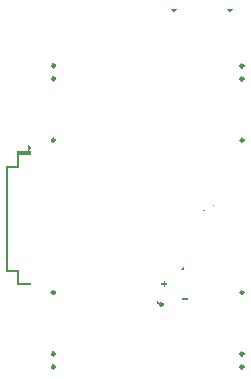
<source format=gbr>
G04*
G04 #@! TF.GenerationSoftware,Altium Limited,Altium Designer,24.8.2 (39)*
G04*
G04 Layer_Color=8388736*
%FSLAX25Y25*%
%MOIN*%
G70*
G04*
G04 #@! TF.SameCoordinates,487F02F3-95FA-4862-9DB4-007DCD7F3BB9*
G04*
G04*
G04 #@! TF.FilePolarity,Positive*
G04*
G01*
G75*
%ADD124C,0.01000*%
G36*
X78738Y148377D02*
X77738Y149876D01*
X79738D01*
X78738Y148377D01*
D02*
G37*
G36*
X59841D02*
X58841Y149876D01*
X60841D01*
X59841Y148377D01*
D02*
G37*
G36*
X12647Y103542D02*
X11147Y102542D01*
Y104542D01*
X12647Y103542D01*
D02*
G37*
G36*
X73544Y84900D02*
Y84853D01*
Y84806D01*
Y84759D01*
X72883Y84759D01*
Y84711D01*
Y84664D01*
Y84617D01*
X72930D01*
Y84570D01*
X73072D01*
Y84617D01*
X73119D01*
Y84664D01*
Y84711D01*
Y84759D01*
X73214D01*
Y84711D01*
Y84664D01*
X73261D01*
Y84617D01*
X73450D01*
X73450Y84664D01*
Y84711D01*
Y84759D01*
X73544Y84759D01*
Y84711D01*
Y84664D01*
Y84617D01*
Y84570D01*
Y84522D01*
X73497D01*
X73497Y84475D01*
X73450D01*
X73450Y84428D01*
X73261D01*
Y84475D01*
X73214D01*
X73214Y84522D01*
X73166D01*
Y84475D01*
X73119D01*
Y84428D01*
X73072D01*
Y84381D01*
X72930D01*
Y84428D01*
X72836D01*
X72836Y84475D01*
X72836Y84522D01*
X72789D01*
Y84570D01*
Y84617D01*
Y84664D01*
Y84711D01*
Y84759D01*
Y84806D01*
Y84853D01*
Y84900D01*
Y84948D01*
X73544D01*
Y84900D01*
D02*
G37*
G36*
X73119Y84286D02*
Y84239D01*
Y84192D01*
Y84145D01*
Y84097D01*
Y84050D01*
Y84003D01*
X73025Y84003D01*
Y84050D01*
Y84097D01*
Y84145D01*
Y84192D01*
Y84239D01*
Y84286D01*
Y84333D01*
X73119D01*
Y84286D01*
D02*
G37*
G36*
X70190Y82898D02*
X70190Y82851D01*
X70190Y82804D01*
Y82756D01*
Y82709D01*
Y82662D01*
X70190Y82615D01*
X70190Y82567D01*
Y82520D01*
X70143D01*
Y82473D01*
Y82426D01*
X69860D01*
Y82473D01*
X70143D01*
X69812Y82473D01*
Y82520D01*
Y82567D01*
X69765D01*
X69765Y82520D01*
X69718D01*
Y82473D01*
X69671D01*
Y82426D01*
X69576D01*
X69576Y82378D01*
X69482D01*
Y82331D01*
X69434D01*
Y82378D01*
X69434Y82426D01*
X69434Y82473D01*
X69434Y82520D01*
X69482D01*
Y82567D01*
X69576D01*
X69576Y82615D01*
X69860D01*
X69671Y82615D01*
Y82662D01*
X69718D01*
Y82709D01*
X69765D01*
Y82756D01*
X69434D01*
Y82804D01*
X69434Y82851D01*
X69434Y82898D01*
Y82945D01*
X70190D01*
Y82898D01*
D02*
G37*
G36*
X73369Y82745D02*
Y82698D01*
X73416D01*
Y82650D01*
X73463D01*
Y82603D01*
Y82556D01*
X73510D01*
Y82509D01*
Y82461D01*
Y82414D01*
X72754D01*
Y82461D01*
Y82509D01*
Y82556D01*
Y82603D01*
X73321D01*
Y82650D01*
X73274D01*
Y82698D01*
Y82745D01*
Y82792D01*
X73369D01*
Y82745D01*
D02*
G37*
G36*
X69765Y82237D02*
X69765Y82189D01*
Y82142D01*
X69765Y82095D01*
X69765Y82048D01*
Y82000D01*
Y81953D01*
X69671D01*
Y82000D01*
Y82048D01*
Y82095D01*
Y82142D01*
Y82189D01*
Y82237D01*
Y82284D01*
X69765D01*
X69765Y82237D01*
D02*
G37*
G36*
X73085Y82131D02*
Y82083D01*
Y82036D01*
Y81989D01*
X73274D01*
Y81942D01*
Y81894D01*
Y81847D01*
X73085D01*
Y81800D01*
Y81753D01*
Y81705D01*
Y81658D01*
Y81611D01*
X72991D01*
Y81658D01*
Y81705D01*
Y81753D01*
Y81800D01*
Y81847D01*
X72802D01*
Y81894D01*
Y81942D01*
Y81989D01*
X72991D01*
Y82036D01*
Y82083D01*
Y82131D01*
Y82178D01*
X73085D01*
Y82131D01*
D02*
G37*
G36*
X63292Y62692D02*
X62032D01*
X63292Y63952D01*
Y62692D01*
D02*
G37*
G36*
X12205Y101181D02*
X8268D01*
Y97637D01*
Y96850D01*
X4724D01*
Y62992D01*
X8268D01*
Y62204D01*
Y58661D01*
X12205D01*
Y57874D01*
X7480D01*
Y58661D01*
Y62204D01*
X3937D01*
Y62992D01*
Y96850D01*
Y97637D01*
X7480D01*
Y101181D01*
Y102362D01*
X12205D01*
Y101181D01*
D02*
G37*
G36*
X56986Y58406D02*
X57736D01*
Y57906D01*
X56986D01*
Y57156D01*
X56486D01*
Y57906D01*
X55736D01*
Y58406D01*
X56486D01*
Y59155D01*
X56986D01*
Y58406D01*
D02*
G37*
G36*
X64736Y52905D02*
X62736D01*
Y53405D01*
X64736D01*
Y52905D01*
D02*
G37*
G36*
X55432Y51576D02*
X54343Y51572D01*
X54350Y52933D01*
X55432Y51576D01*
D02*
G37*
%LPC*%
G36*
X70096Y82756D02*
X69860D01*
Y82709D01*
X69860Y82662D01*
X69860Y82615D01*
X69907D01*
X69907Y82567D01*
X70048D01*
X70049Y82615D01*
X70096D01*
X70096Y82662D01*
X70096Y82709D01*
Y82756D01*
D02*
G37*
%LPD*%
D124*
X83114Y126571D02*
G03*
X83114Y126571I-500J0D01*
G01*
Y106098D02*
G03*
X83114Y106098I-500J0D01*
G01*
X20248Y30508D02*
G03*
X20248Y30508I-500J0D01*
G01*
Y106098D02*
G03*
X20248Y106098I-500J0D01*
G01*
Y126571D02*
G03*
X20248Y126571I-500J0D01*
G01*
X83114Y30508D02*
G03*
X83114Y30508I-500J0D01*
G01*
Y130909D02*
G03*
X83114Y130909I-500J0D01*
G01*
X20248Y34846D02*
G03*
X20248Y34846I-500J0D01*
G01*
Y55319D02*
G03*
X20248Y55319I-500J0D01*
G01*
Y130909D02*
G03*
X20248Y130909I-500J0D01*
G01*
X83114Y55319D02*
G03*
X83114Y55319I-500J0D01*
G01*
Y34846D02*
G03*
X83114Y34846I-500J0D01*
G01*
X56236Y51406D02*
G03*
X56236Y51406I-500J0D01*
G01*
M02*

</source>
